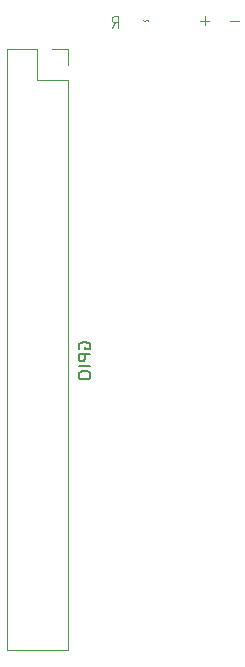
<source format=gbr>
%TF.GenerationSoftware,KiCad,Pcbnew,9.0.0*%
%TF.CreationDate,2025-04-06T00:06:35-05:00*%
%TF.ProjectId,RC-PCB,52432d50-4342-42e6-9b69-6361645f7063,rev?*%
%TF.SameCoordinates,Original*%
%TF.FileFunction,Legend,Bot*%
%TF.FilePolarity,Positive*%
%FSLAX46Y46*%
G04 Gerber Fmt 4.6, Leading zero omitted, Abs format (unit mm)*
G04 Created by KiCad (PCBNEW 9.0.0) date 2025-04-06 00:06:35*
%MOMM*%
%LPD*%
G01*
G04 APERTURE LIST*
%ADD10C,0.100000*%
%ADD11C,0.150000*%
%ADD12C,0.120000*%
G04 APERTURE END LIST*
D10*
X152196115Y-77991466D02*
X151434211Y-77991466D01*
X151815163Y-78372419D02*
X151815163Y-77610514D01*
X143924687Y-78572419D02*
X144258020Y-78096228D01*
X144496115Y-78572419D02*
X144496115Y-77572419D01*
X144496115Y-77572419D02*
X144115163Y-77572419D01*
X144115163Y-77572419D02*
X144019925Y-77620038D01*
X144019925Y-77620038D02*
X143972306Y-77667657D01*
X143972306Y-77667657D02*
X143924687Y-77762895D01*
X143924687Y-77762895D02*
X143924687Y-77905752D01*
X143924687Y-77905752D02*
X143972306Y-78000990D01*
X143972306Y-78000990D02*
X144019925Y-78048609D01*
X144019925Y-78048609D02*
X144115163Y-78096228D01*
X144115163Y-78096228D02*
X144496115Y-78096228D01*
X147038972Y-77991466D02*
X146991353Y-77943847D01*
X146991353Y-77943847D02*
X146896115Y-77896228D01*
X146896115Y-77896228D02*
X146705639Y-77991466D01*
X146705639Y-77991466D02*
X146610401Y-77943847D01*
X146610401Y-77943847D02*
X146562782Y-77896228D01*
X154696115Y-77991466D02*
X153934211Y-77991466D01*
D11*
X141187438Y-105755000D02*
X141139819Y-105659762D01*
X141139819Y-105659762D02*
X141139819Y-105516905D01*
X141139819Y-105516905D02*
X141187438Y-105374048D01*
X141187438Y-105374048D02*
X141282676Y-105278810D01*
X141282676Y-105278810D02*
X141377914Y-105231191D01*
X141377914Y-105231191D02*
X141568390Y-105183572D01*
X141568390Y-105183572D02*
X141711247Y-105183572D01*
X141711247Y-105183572D02*
X141901723Y-105231191D01*
X141901723Y-105231191D02*
X141996961Y-105278810D01*
X141996961Y-105278810D02*
X142092200Y-105374048D01*
X142092200Y-105374048D02*
X142139819Y-105516905D01*
X142139819Y-105516905D02*
X142139819Y-105612143D01*
X142139819Y-105612143D02*
X142092200Y-105755000D01*
X142092200Y-105755000D02*
X142044580Y-105802619D01*
X142044580Y-105802619D02*
X141711247Y-105802619D01*
X141711247Y-105802619D02*
X141711247Y-105612143D01*
X142139819Y-106231191D02*
X141139819Y-106231191D01*
X141139819Y-106231191D02*
X141139819Y-106612143D01*
X141139819Y-106612143D02*
X141187438Y-106707381D01*
X141187438Y-106707381D02*
X141235057Y-106755000D01*
X141235057Y-106755000D02*
X141330295Y-106802619D01*
X141330295Y-106802619D02*
X141473152Y-106802619D01*
X141473152Y-106802619D02*
X141568390Y-106755000D01*
X141568390Y-106755000D02*
X141616009Y-106707381D01*
X141616009Y-106707381D02*
X141663628Y-106612143D01*
X141663628Y-106612143D02*
X141663628Y-106231191D01*
X142139819Y-107231191D02*
X141139819Y-107231191D01*
X141139819Y-107897857D02*
X141139819Y-108088333D01*
X141139819Y-108088333D02*
X141187438Y-108183571D01*
X141187438Y-108183571D02*
X141282676Y-108278809D01*
X141282676Y-108278809D02*
X141473152Y-108326428D01*
X141473152Y-108326428D02*
X141806485Y-108326428D01*
X141806485Y-108326428D02*
X141996961Y-108278809D01*
X141996961Y-108278809D02*
X142092200Y-108183571D01*
X142092200Y-108183571D02*
X142139819Y-108088333D01*
X142139819Y-108088333D02*
X142139819Y-107897857D01*
X142139819Y-107897857D02*
X142092200Y-107802619D01*
X142092200Y-107802619D02*
X141996961Y-107707381D01*
X141996961Y-107707381D02*
X141806485Y-107659762D01*
X141806485Y-107659762D02*
X141473152Y-107659762D01*
X141473152Y-107659762D02*
X141282676Y-107707381D01*
X141282676Y-107707381D02*
X141187438Y-107802619D01*
X141187438Y-107802619D02*
X141139819Y-107897857D01*
D12*
%TO.C,GPIO*%
X135035000Y-80365000D02*
X135035000Y-131285000D01*
X137635000Y-80365000D02*
X135035000Y-80365000D01*
X137635000Y-82965000D02*
X137635000Y-80365000D01*
X140235000Y-80365000D02*
X138905000Y-80365000D01*
X140235000Y-81695000D02*
X140235000Y-80365000D01*
X140235000Y-82965000D02*
X137635000Y-82965000D01*
X140235000Y-82965000D02*
X140235000Y-131285000D01*
X140235000Y-131285000D02*
X135035000Y-131285000D01*
%TD*%
M02*

</source>
